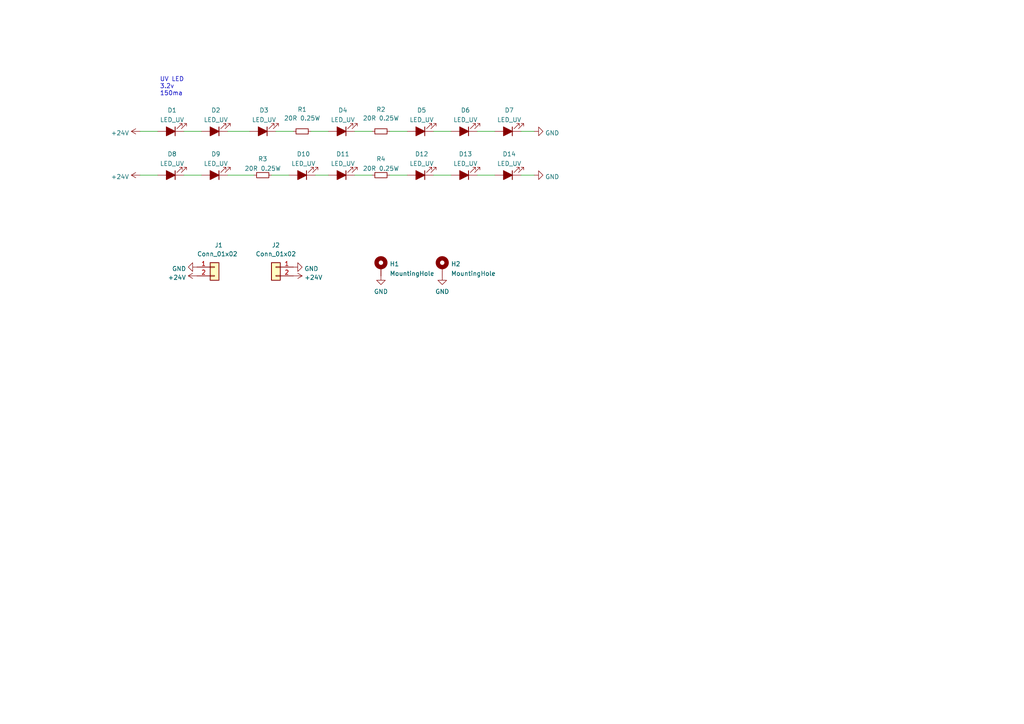
<source format=kicad_sch>
(kicad_sch (version 20211123) (generator eeschema)
  (paper "A4")
  (lib_symbols
    (symbol "Connector_Generic:Conn_01x02" (pin_names (offset 1.016) hide)
      (property "Reference" "J" (at 0 2.54 0))
      (property "Value" "Conn_01x02" (at 0 -5.08 0))
      (symbol "Conn_01x02_1_1"
        (rectangle (start -1.27 -2.413) (end 0 -2.667) (stroke (width 0.1524)))
        (rectangle (start -1.27 0.127) (end 0 -0.127) (stroke (width 0.1524)))
        (rectangle (start -1.27 1.27) (end 1.27 -3.81) (stroke (width 0.254)) (fill (type background)))
        (pin passive line (at -5.08 0 0) (length 3.81) (name "Pin_1") (number "1"))
        (pin passive line (at -5.08 -2.54 0) (length 3.81) (name "Pin_2") (number "2"))
      )
    )
    (symbol "Device:LED_ALT" (pin_numbers hide) (pin_names (offset 1.016) hide)
      (property "Reference" "D" (at 0 2.54 0))
      (property "Value" "LED_ALT" (at 0 -2.54 0))
      (symbol "LED_ALT_0_1"
        (polyline (pts (xy -1.27 -1.27) (xy -1.27 1.27)) (stroke (width 0.254)))
        (polyline (pts (xy -1.27 0) (xy 1.27 0)))
        (polyline (pts (xy 1.27 -1.27) (xy 1.27 1.27) (xy -1.27 0) (xy 1.27 -1.27)) (stroke (width 0.254)) (fill (type outline)))
        (polyline (pts (xy -3.048 -0.762) (xy -4.572 -2.286) (xy -3.81 -2.286) (xy -4.572 -2.286) (xy -4.572 -1.524)))
        (polyline (pts (xy -1.778 -0.762) (xy -3.302 -2.286) (xy -2.54 -2.286) (xy -3.302 -2.286) (xy -3.302 -1.524)))
      )
      (symbol "LED_ALT_1_1"
        (pin passive line (at -3.81 0 0) (length 2.54) (name "K") (number "1"))
        (pin passive line (at 3.81 0 180) (length 2.54) (name "A") (number "2"))
      )
    )
    (symbol "Device:R_Small" (pin_numbers hide) (pin_names (offset 0.254) hide)
      (property "Reference" "R" (at 0.762 0.508 0))
      (property "Value" "R_Small" (at 0.762 -1.016 0))
      (symbol "R_Small_0_1"
        (rectangle (start -0.762 1.778) (end 0.762 -1.778) (stroke (width 0.2032)))
      )
      (symbol "R_Small_1_1"
        (pin passive line (at 0 2.54 270) (length 0.762) (name "~") (number "1"))
        (pin passive line (at 0 -2.54 90) (length 0.762) (name "~") (number "2"))
      )
    )
    (symbol "Mechanical:MountingHole_Pad" (pin_numbers hide) (pin_names (offset 1.016) hide)
      (property "Reference" "H" (at 0 6.35 0))
      (property "Value" "MountingHole_Pad" (at 0 4.445 0))
      (symbol "MountingHole_Pad_0_1"
        (circle (center 0 1.27) (radius 1.27) (stroke (width 1.27)))
      )
      (symbol "MountingHole_Pad_1_1"
        (pin input line (at 0 -2.54 90) (length 2.54) (name "1") (number "1"))
      )
    )
    (symbol "power:+24V" (power) (pin_names (offset 0))
      (property "Value" "+24V" (at 0 3.556 0))
      (symbol "+24V_0_1"
        (polyline (pts (xy -0.762 1.27) (xy 0 2.54)))
        (polyline (pts (xy 0 0) (xy 0 2.54)))
        (polyline (pts (xy 0 2.54) (xy 0.762 1.27)))
      )
      (symbol "+24V_1_1"
        (pin power_in line (at 0 0 90) (length 0) hide (name "+24V") (number "1"))
      )
    )
    (symbol "power:GND" (power) (pin_names (offset 0))
      (property "Value" "GND" (at 0 -3.81 0))
      (symbol "GND_0_1"
        (polyline (pts (xy 0 0) (xy 0 -1.27) (xy 1.27 -1.27) (xy 0 -2.54) (xy -1.27 -1.27) (xy 0 -1.27)))
      )
      (symbol "GND_1_1"
        (pin power_in line (at 0 0 270) (length 0) hide (name "GND") (number "1"))
      )
    )
  )
  (wire (pts (xy 125.73 50.8) (xy 130.81 50.8)))
  (wire (pts (xy 113.03 50.8) (xy 118.11 50.8)))
  (wire (pts (xy 138.43 38.1) (xy 143.51 38.1)))
  (wire (pts (xy 151.13 50.8) (xy 154.94 50.8)))
  (wire (pts (xy 66.04 38.1) (xy 72.39 38.1)))
  (wire (pts (xy 125.73 38.1) (xy 130.81 38.1)))
  (wire (pts (xy 53.34 38.1) (xy 58.42 38.1)))
  (wire (pts (xy 91.44 50.8) (xy 95.25 50.8)))
  (wire (pts (xy 78.74 50.8) (xy 83.82 50.8)))
  (wire (pts (xy 138.43 50.8) (xy 143.51 50.8)))
  (wire (pts (xy 151.13 38.1) (xy 154.94 38.1)))
  (wire (pts (xy 40.64 38.1) (xy 45.72 38.1)))
  (wire (pts (xy 102.87 38.1) (xy 107.95 38.1)))
  (wire (pts (xy 90.17 38.1) (xy 95.25 38.1)))
  (wire (pts (xy 102.87 50.8) (xy 107.95 50.8)))
  (wire (pts (xy 53.34 50.8) (xy 58.42 50.8)))
  (wire (pts (xy 66.04 50.8) (xy 73.66 50.8)))
  (wire (pts (xy 40.64 50.8) (xy 45.72 50.8)))
  (wire (pts (xy 113.03 38.1) (xy 118.11 38.1)))
  (wire (pts (xy 80.01 38.1) (xy 85.09 38.1)))
  (text "UV LED\n3.2v\n150ma\n" (at 46.355 27.94 0) (effects (font (size 1.27 1.27)) (justify left bottom)))
  (symbol (lib_id "Connector_Generic:Conn_01x02") (at 80.01 77.47 0) (mirror y) (unit 1) (in_bom no)
    (property "Reference" "J2" (at 80.01 71.12 0))
    (property "Value" "Conn_01x02" (at 80.01 73.66 0))
    (property "Footprint" "Connector_JST:JST_XH_S2B-XH-A_1x02_P2.50mm_Horizontal" (effects hide))
  )
  (symbol (lib_id "Device:LED_ALT") (at 62.23 50.8 180) (unit 1)
    (property "Reference" "D9" (at 62.6109 44.6745 0))
    (property "Value" "LED_UV" (at 62.6109 47.4496 0))
    (property "Footprint" "LED_SMD:LED_PLCC_2835" (effects hide))
    (property "LCSC" "C2915615" (effects hide))
  )
  (symbol (lib_id "power:GND") (at 154.94 50.8 90) (unit 1)
    (property "Reference" "#PWR04" (effects hide))
    (property "Value" "GND" (at 158.115 51.279 90) (effects (justify right)))
  )
  (symbol (lib_id "power:GND") (at 85.09 77.47 90) (unit 1)
    (property "Reference" "#PWR06" (effects hide))
    (property "Value" "GND" (at 88.265 77.949 90) (effects (justify right)))
  )
  (symbol (lib_id "Device:LED_ALT") (at 147.32 50.8 180) (unit 1)
    (property "Reference" "D14" (at 147.7009 44.6745 0))
    (property "Value" "LED_UV" (at 147.7009 47.4496 0))
    (property "Footprint" "LED_SMD:LED_PLCC_2835" (effects hide))
    (property "LCSC" "C2915615" (effects hide))
  )
  (symbol (lib_id "Device:LED_ALT") (at 76.2 38.1 180) (unit 1)
    (property "Reference" "D3" (at 76.5809 31.9745 0))
    (property "Value" "LED_UV" (at 76.5809 34.7496 0))
    (property "Footprint" "LED_SMD:LED_PLCC_2835" (effects hide))
    (property "LCSC" "C2915615" (effects hide))
  )
  (symbol (lib_id "power:GND") (at 110.49 80.01 0) (unit 1)
    (property "Reference" "#PWR09" (effects hide))
    (property "Value" "GND" (at 110.49 84.5724 0))
  )
  (symbol (lib_id "Device:LED_ALT") (at 87.63 50.8 180) (unit 1)
    (property "Reference" "D10" (at 88.0109 44.6745 0))
    (property "Value" "LED_UV" (at 88.0109 47.4496 0))
    (property "Footprint" "LED_SMD:LED_PLCC_2835" (effects hide))
    (property "LCSC" "C2915615" (effects hide))
  )
  (symbol (lib_id "Device:LED_ALT") (at 62.23 38.1 180) (unit 1)
    (property "Reference" "D2" (at 62.6109 31.9745 0))
    (property "Value" "LED_UV" (at 62.6109 34.7496 0))
    (property "Footprint" "LED_SMD:LED_PLCC_2835" (effects hide))
    (property "LCSC" "C2915615" (effects hide))
  )
  (symbol (lib_id "Device:R_Small") (at 76.2 50.8 270) (unit 1)
    (property "Reference" "R3" (at 76.2 46.0969 90))
    (property "Value" "20R 0.25W" (at 76.2 48.872 90))
    (property "Footprint" "Resistor_SMD:R_1206_3216Metric" (effects hide))
    (property "LCSC" "C17955" (effects hide))
  )
  (symbol (lib_id "Device:LED_ALT") (at 121.92 50.8 180) (unit 1)
    (property "Reference" "D12" (at 122.3009 44.6745 0))
    (property "Value" "LED_UV" (at 122.3009 47.4496 0))
    (property "Footprint" "LED_SMD:LED_PLCC_2835" (effects hide))
    (property "LCSC" "C2915615" (effects hide))
  )
  (symbol (lib_id "power:+24V") (at 40.64 50.8 90) (unit 1)
    (property "Reference" "#PWR03" (effects hide))
    (property "Value" "+24V" (at 37.465 51.279 90) (effects (justify left)))
  )
  (symbol (lib_id "Mechanical:MountingHole_Pad") (at 128.27 77.47 0) (unit 1) (in_bom no)
    (property "Reference" "H2" (at 130.81 76.5615 0) (effects (justify left)))
    (property "Value" "MountingHole" (at 130.81 79.3366 0) (effects (justify left)))
    (property "Footprint" "MountingHole:MountingHole_3.2mm_M3_Pad_Via" (effects hide))
  )
  (symbol (lib_id "power:GND") (at 128.27 80.01 0) (unit 1)
    (property "Reference" "#PWR010" (effects hide))
    (property "Value" "GND" (at 128.27 84.5724 0))
  )
  (symbol (lib_id "Device:LED_ALT") (at 49.53 38.1 180) (unit 1)
    (property "Reference" "D1" (at 49.9109 31.9745 0))
    (property "Value" "LED_UV" (at 49.9109 34.7496 0))
    (property "Footprint" "LED_SMD:LED_PLCC_2835" (effects hide))
    (property "LCSC" "C2915615" (effects hide))
  )
  (symbol (lib_id "Device:LED_ALT") (at 134.62 38.1 180) (unit 1)
    (property "Reference" "D6" (at 135.0009 31.9745 0))
    (property "Value" "LED_UV" (at 135.0009 34.7496 0))
    (property "Footprint" "LED_SMD:LED_PLCC_2835" (effects hide))
    (property "LCSC" "C2915615" (effects hide))
  )
  (symbol (lib_id "power:+24V") (at 57.15 80.01 90) (unit 1)
    (property "Reference" "#PWR07" (effects hide))
    (property "Value" "+24V" (at 53.975 80.489 90) (effects (justify left)))
  )
  (symbol (lib_id "power:GND") (at 57.15 77.47 270) (unit 1)
    (property "Reference" "#PWR05" (effects hide))
    (property "Value" "GND" (at 53.975 77.949 90) (effects (justify right)))
  )
  (symbol (lib_id "power:+24V") (at 85.09 80.01 270) (unit 1)
    (property "Reference" "#PWR08" (effects hide))
    (property "Value" "+24V" (at 88.2649 80.489 90) (effects (justify left)))
  )
  (symbol (lib_id "Device:LED_ALT") (at 134.62 50.8 180) (unit 1)
    (property "Reference" "D13" (at 135.0009 44.6745 0))
    (property "Value" "LED_UV" (at 135.0009 47.4496 0))
    (property "Footprint" "LED_SMD:LED_PLCC_2835" (effects hide))
    (property "LCSC" "C2915615" (effects hide))
  )
  (symbol (lib_id "Device:LED_ALT") (at 99.06 38.1 180) (unit 1)
    (property "Reference" "D4" (at 99.4409 31.9745 0))
    (property "Value" "LED_UV" (at 99.4409 34.7496 0))
    (property "Footprint" "LED_SMD:LED_PLCC_2835" (effects hide))
    (property "LCSC" "C2915615" (effects hide))
  )
  (symbol (lib_id "Device:LED_ALT") (at 121.92 38.1 180) (unit 1)
    (property "Reference" "D5" (at 122.3009 31.9745 0))
    (property "Value" "LED_UV" (at 122.3009 34.7496 0))
    (property "Footprint" "LED_SMD:LED_PLCC_2835" (effects hide))
    (property "LCSC" "C2915615" (effects hide))
  )
  (symbol (lib_id "power:GND") (at 154.94 38.1 90) (unit 1)
    (property "Reference" "#PWR02" (effects hide))
    (property "Value" "GND" (at 158.115 38.579 90) (effects (justify right)))
  )
  (symbol (lib_id "Device:R_Small") (at 87.63 38.1 270) (unit 1)
    (property "Reference" "R1" (at 87.63 31.75 90))
    (property "Value" "20R 0.25W" (at 87.63 34.29 90))
    (property "Footprint" "Resistor_SMD:R_1206_3216Metric" (effects hide))
    (property "LCSC" "C17955" (effects hide))
  )
  (symbol (lib_id "Device:R_Small") (at 110.49 38.1 270) (unit 1)
    (property "Reference" "R2" (at 110.49 31.75 90))
    (property "Value" "20R 0.25W" (at 110.49 34.29 90))
    (property "Footprint" "Resistor_SMD:R_1206_3216Metric" (effects hide))
    (property "LCSC" "C17955" (effects hide))
  )
  (symbol (lib_id "power:+24V") (at 40.64 38.1 90) (unit 1)
    (property "Reference" "#PWR01" (effects hide))
    (property "Value" "+24V" (at 37.465 38.579 90) (effects (justify left)))
  )
  (symbol (lib_id "Connector_Generic:Conn_01x02") (at 62.23 77.47 0) (unit 1) (in_bom no)
    (property "Reference" "J1" (at 62.23 71.12 0) (effects (justify left)))
    (property "Value" "Conn_01x02" (at 57.15 73.66 0) (effects (justify left)))
    (property "Footprint" "Connector_JST:JST_XH_S2B-XH-A_1x02_P2.50mm_Horizontal" (effects hide))
  )
  (symbol (lib_id "Mechanical:MountingHole_Pad") (at 110.49 77.47 0) (unit 1) (in_bom no)
    (property "Reference" "H1" (at 113.03 76.5615 0) (effects (justify left)))
    (property "Value" "MountingHole" (at 113.03 79.3366 0) (effects (justify left)))
    (property "Footprint" "MountingHole:MountingHole_3.2mm_M3_Pad_Via" (effects hide))
  )
  (symbol (lib_id "Device:R_Small") (at 110.49 50.8 270) (unit 1)
    (property "Reference" "R4" (at 110.49 46.0969 90))
    (property "Value" "20R 0.25W" (at 110.49 48.872 90))
    (property "Footprint" "Resistor_SMD:R_1206_3216Metric" (effects hide))
    (property "LCSC" "C17955" (effects hide))
  )
  (symbol (lib_id "Device:LED_ALT") (at 49.53 50.8 180) (unit 1)
    (property "Reference" "D8" (at 49.9109 44.6745 0))
    (property "Value" "LED_UV" (at 49.9109 47.4496 0))
    (property "Footprint" "LED_SMD:LED_PLCC_2835" (effects hide))
    (property "LCSC" "C2915615" (effects hide))
  )
  (symbol (lib_id "Device:LED_ALT") (at 147.32 38.1 180) (unit 1)
    (property "Reference" "D7" (at 147.7009 31.9745 0))
    (property "Value" "LED_UV" (at 147.7009 34.7496 0))
    (property "Footprint" "LED_SMD:LED_PLCC_2835" (effects hide))
    (property "LCSC" "C2915615" (effects hide))
  )
  (symbol (lib_id "Device:LED_ALT") (at 99.06 50.8 180) (unit 1)
    (property "Reference" "D11" (at 99.4409 44.6745 0))
    (property "Value" "LED_UV" (at 99.4409 47.4496 0))
    (property "Footprint" "LED_SMD:LED_PLCC_2835" (effects hide))
    (property "LCSC" "C2915615" (effects hide))
  )
)
</source>
